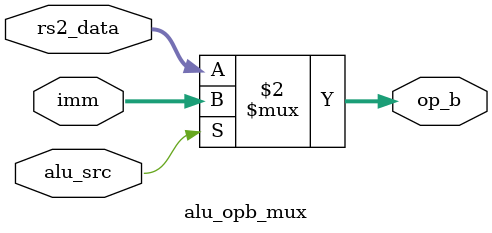
<source format=v>

module alu_opb_mux (
    input  wire        alu_src,     // 1: use imm, 0: use rs2
    input  wire [31:0] rs2_data,    // rs2 from register file
    input  wire [31:0] imm,         // immediate (already sign-extended)
    output wire [31:0] op_b         // final operand B to ALU
);

    assign op_b = (alu_src == 1'b1) ? imm : rs2_data;

endmodule

</source>
